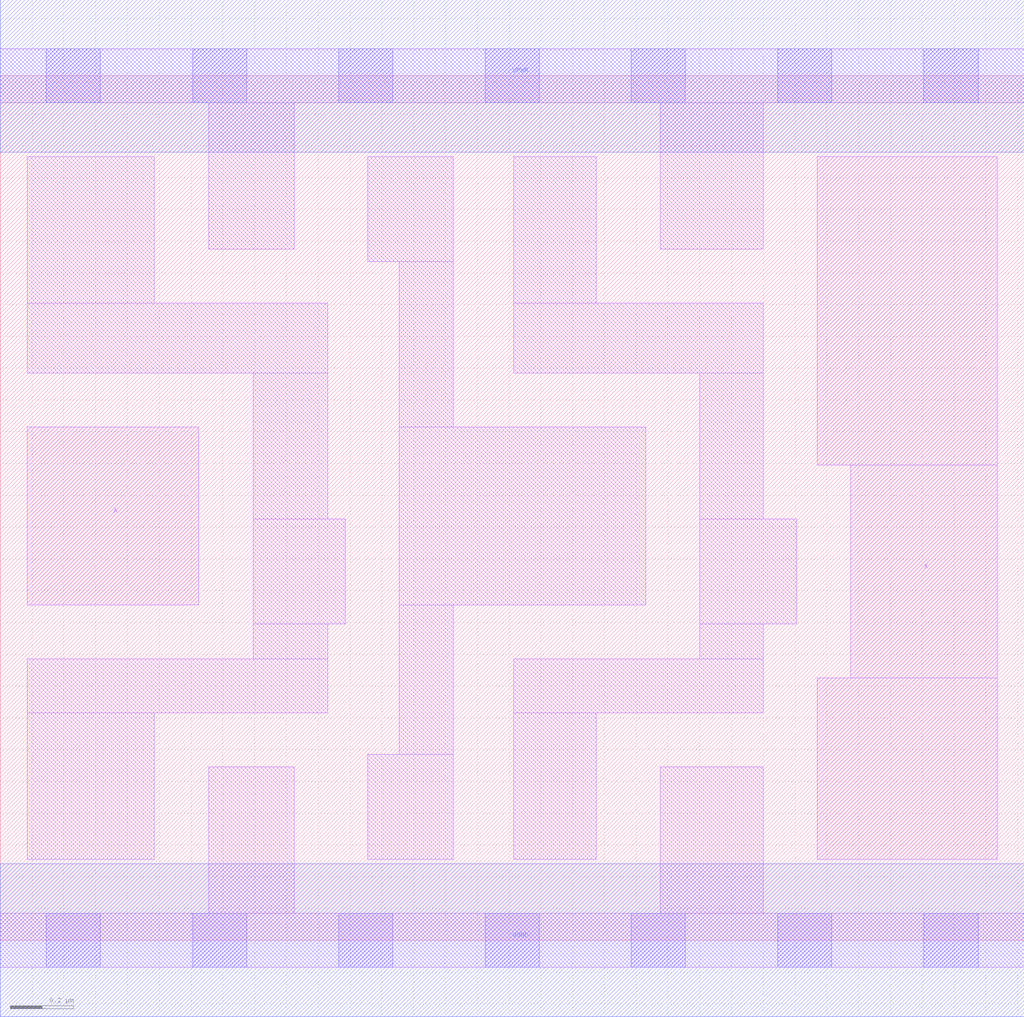
<source format=lef>
# Copyright 2020 The SkyWater PDK Authors
#
# Licensed under the Apache License, Version 2.0 (the "License");
# you may not use this file except in compliance with the License.
# You may obtain a copy of the License at
#
#     https://www.apache.org/licenses/LICENSE-2.0
#
# Unless required by applicable law or agreed to in writing, software
# distributed under the License is distributed on an "AS IS" BASIS,
# WITHOUT WARRANTIES OR CONDITIONS OF ANY KIND, either express or implied.
# See the License for the specific language governing permissions and
# limitations under the License.
#
# SPDX-License-Identifier: Apache-2.0

VERSION 5.7 ;
  NAMESCASESENSITIVE ON ;
  NOWIREEXTENSIONATPIN ON ;
  DIVIDERCHAR "/" ;
  BUSBITCHARS "[]" ;
UNITS
  DATABASE MICRONS 200 ;
END UNITS
MACRO sky130_fd_sc_hd__dlygate4sd2_1
  CLASS CORE ;
  SOURCE USER ;
  FOREIGN sky130_fd_sc_hd__dlygate4sd2_1 ;
  ORIGIN  0.000000  0.000000 ;
  SIZE  3.220000 BY  2.720000 ;
  SYMMETRY X Y R90 ;
  SITE unithd ;
  PIN A
    ANTENNAGATEAREA  0.126000 ;
    DIRECTION INPUT ;
    USE SIGNAL ;
    PORT
      LAYER li1 ;
        RECT 0.085000 1.055000 0.625000 1.615000 ;
    END
  END A
  PIN X
    ANTENNADIFFAREA  0.429000 ;
    DIRECTION OUTPUT ;
    USE SIGNAL ;
    PORT
      LAYER li1 ;
        RECT 2.570000 0.255000 3.135000 0.825000 ;
        RECT 2.570000 1.495000 3.135000 2.465000 ;
        RECT 2.675000 0.825000 3.135000 1.495000 ;
    END
  END X
  PIN VGND
    DIRECTION INOUT ;
    SHAPE ABUTMENT ;
    USE GROUND ;
    PORT
      LAYER met1 ;
        RECT 0.000000 -0.240000 3.220000 0.240000 ;
    END
  END VGND
  PIN VPWR
    DIRECTION INOUT ;
    SHAPE ABUTMENT ;
    USE POWER ;
    PORT
      LAYER met1 ;
        RECT 0.000000 2.480000 3.220000 2.960000 ;
    END
  END VPWR
  OBS
    LAYER li1 ;
      RECT 0.000000 -0.085000 3.220000 0.085000 ;
      RECT 0.000000  2.635000 3.220000 2.805000 ;
      RECT 0.085000  0.255000 0.485000 0.715000 ;
      RECT 0.085000  0.715000 1.030000 0.885000 ;
      RECT 0.085000  1.785000 1.030000 2.005000 ;
      RECT 0.085000  2.005000 0.485000 2.465000 ;
      RECT 0.655000  0.085000 0.925000 0.545000 ;
      RECT 0.655000  2.175000 0.925000 2.635000 ;
      RECT 0.795000  0.885000 1.030000 0.995000 ;
      RECT 0.795000  0.995000 1.085000 1.325000 ;
      RECT 0.795000  1.325000 1.030000 1.785000 ;
      RECT 1.155000  0.255000 1.425000 0.585000 ;
      RECT 1.155000  2.135000 1.425000 2.465000 ;
      RECT 1.255000  0.585000 1.425000 1.055000 ;
      RECT 1.255000  1.055000 2.030000 1.615000 ;
      RECT 1.255000  1.615000 1.425000 2.135000 ;
      RECT 1.615000  0.255000 1.875000 0.715000 ;
      RECT 1.615000  0.715000 2.400000 0.885000 ;
      RECT 1.615000  1.785000 2.400000 2.005000 ;
      RECT 1.615000  2.005000 1.875000 2.465000 ;
      RECT 2.075000  0.085000 2.400000 0.545000 ;
      RECT 2.075000  2.175000 2.400000 2.635000 ;
      RECT 2.200000  0.885000 2.400000 0.995000 ;
      RECT 2.200000  0.995000 2.505000 1.325000 ;
      RECT 2.200000  1.325000 2.400000 1.785000 ;
    LAYER mcon ;
      RECT 0.145000 -0.085000 0.315000 0.085000 ;
      RECT 0.145000  2.635000 0.315000 2.805000 ;
      RECT 0.605000 -0.085000 0.775000 0.085000 ;
      RECT 0.605000  2.635000 0.775000 2.805000 ;
      RECT 1.065000 -0.085000 1.235000 0.085000 ;
      RECT 1.065000  2.635000 1.235000 2.805000 ;
      RECT 1.525000 -0.085000 1.695000 0.085000 ;
      RECT 1.525000  2.635000 1.695000 2.805000 ;
      RECT 1.985000 -0.085000 2.155000 0.085000 ;
      RECT 1.985000  2.635000 2.155000 2.805000 ;
      RECT 2.445000 -0.085000 2.615000 0.085000 ;
      RECT 2.445000  2.635000 2.615000 2.805000 ;
      RECT 2.905000 -0.085000 3.075000 0.085000 ;
      RECT 2.905000  2.635000 3.075000 2.805000 ;
  END
END sky130_fd_sc_hd__dlygate4sd2_1
END LIBRARY

</source>
